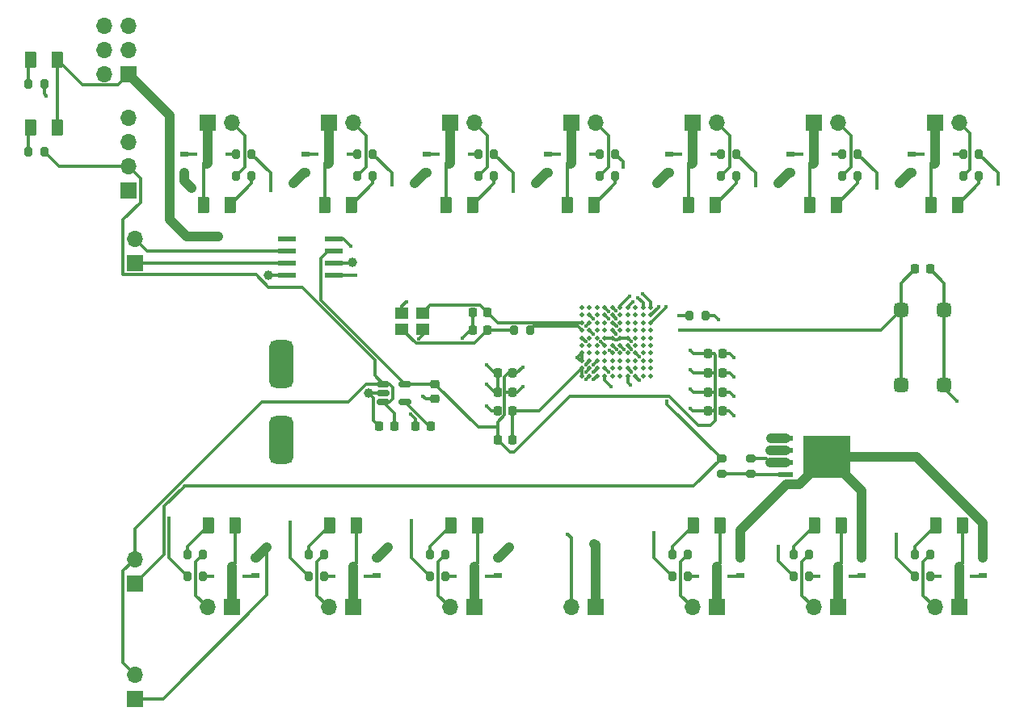
<source format=gbr>
%TF.GenerationSoftware,KiCad,Pcbnew,6.0.0*%
%TF.CreationDate,2022-01-12T20:58:29-05:00*%
%TF.ProjectId,output-board,6f757470-7574-42d6-926f-6172642e6b69,rev?*%
%TF.SameCoordinates,Original*%
%TF.FileFunction,Copper,L1,Top*%
%TF.FilePolarity,Positive*%
%FSLAX46Y46*%
G04 Gerber Fmt 4.6, Leading zero omitted, Abs format (unit mm)*
G04 Created by KiCad (PCBNEW 6.0.0) date 2022-01-12 20:58:29*
%MOMM*%
%LPD*%
G01*
G04 APERTURE LIST*
G04 Aperture macros list*
%AMRoundRect*
0 Rectangle with rounded corners*
0 $1 Rounding radius*
0 $2 $3 $4 $5 $6 $7 $8 $9 X,Y pos of 4 corners*
0 Add a 4 corners polygon primitive as box body*
4,1,4,$2,$3,$4,$5,$6,$7,$8,$9,$2,$3,0*
0 Add four circle primitives for the rounded corners*
1,1,$1+$1,$2,$3*
1,1,$1+$1,$4,$5*
1,1,$1+$1,$6,$7*
1,1,$1+$1,$8,$9*
0 Add four rect primitives between the rounded corners*
20,1,$1+$1,$2,$3,$4,$5,0*
20,1,$1+$1,$4,$5,$6,$7,0*
20,1,$1+$1,$6,$7,$8,$9,0*
20,1,$1+$1,$8,$9,$2,$3,0*%
G04 Aperture macros list end*
%TA.AperFunction,SMDPad,CuDef*%
%ADD10RoundRect,0.250000X-0.375000X-0.625000X0.375000X-0.625000X0.375000X0.625000X-0.375000X0.625000X0*%
%TD*%
%TA.AperFunction,SMDPad,CuDef*%
%ADD11R,0.863600X0.558800*%
%TD*%
%TA.AperFunction,SMDPad,CuDef*%
%ADD12RoundRect,0.200000X-0.200000X-0.275000X0.200000X-0.275000X0.200000X0.275000X-0.200000X0.275000X0*%
%TD*%
%TA.AperFunction,ComponentPad*%
%ADD13R,1.700000X1.700000*%
%TD*%
%TA.AperFunction,ComponentPad*%
%ADD14O,1.700000X1.700000*%
%TD*%
%TA.AperFunction,SMDPad,CuDef*%
%ADD15RoundRect,0.225000X-0.250000X0.225000X-0.250000X-0.225000X0.250000X-0.225000X0.250000X0.225000X0*%
%TD*%
%TA.AperFunction,SMDPad,CuDef*%
%ADD16RoundRect,0.225000X0.225000X0.250000X-0.225000X0.250000X-0.225000X-0.250000X0.225000X-0.250000X0*%
%TD*%
%TA.AperFunction,SMDPad,CuDef*%
%ADD17RoundRect,0.225000X-0.225000X-0.250000X0.225000X-0.250000X0.225000X0.250000X-0.225000X0.250000X0*%
%TD*%
%TA.AperFunction,SMDPad,CuDef*%
%ADD18RoundRect,0.250000X0.375000X0.625000X-0.375000X0.625000X-0.375000X-0.625000X0.375000X-0.625000X0*%
%TD*%
%TA.AperFunction,SMDPad,CuDef*%
%ADD19RoundRect,0.150000X-0.512500X-0.150000X0.512500X-0.150000X0.512500X0.150000X-0.512500X0.150000X0*%
%TD*%
%TA.AperFunction,SMDPad,CuDef*%
%ADD20RoundRect,0.200000X0.200000X0.275000X-0.200000X0.275000X-0.200000X-0.275000X0.200000X-0.275000X0*%
%TD*%
%TA.AperFunction,SMDPad,CuDef*%
%ADD21R,1.400000X1.200000*%
%TD*%
%TA.AperFunction,SMDPad,CuDef*%
%ADD22RoundRect,0.200000X0.275000X-0.200000X0.275000X0.200000X-0.275000X0.200000X-0.275000X-0.200000X0*%
%TD*%
%TA.AperFunction,SMDPad,CuDef*%
%ADD23RoundRect,0.218750X0.218750X0.256250X-0.218750X0.256250X-0.218750X-0.256250X0.218750X-0.256250X0*%
%TD*%
%TA.AperFunction,SMDPad,CuDef*%
%ADD24RoundRect,0.375000X0.375000X-0.375000X0.375000X0.375000X-0.375000X0.375000X-0.375000X-0.375000X0*%
%TD*%
%TA.AperFunction,SMDPad,CuDef*%
%ADD25C,0.500000*%
%TD*%
%TA.AperFunction,ComponentPad*%
%ADD26RoundRect,0.625000X0.625000X-1.875000X0.625000X1.875000X-0.625000X1.875000X-0.625000X-1.875000X0*%
%TD*%
%TA.AperFunction,SMDPad,CuDef*%
%ADD27R,1.549400X0.558800*%
%TD*%
%TA.AperFunction,SMDPad,CuDef*%
%ADD28R,4.902200X4.470400*%
%TD*%
%TA.AperFunction,SMDPad,CuDef*%
%ADD29R,1.981200X0.540800*%
%TD*%
%TA.AperFunction,ViaPad*%
%ADD30C,0.400000*%
%TD*%
%TA.AperFunction,ViaPad*%
%ADD31C,1.000000*%
%TD*%
%TA.AperFunction,Conductor*%
%ADD32C,0.300000*%
%TD*%
%TA.AperFunction,Conductor*%
%ADD33C,1.000000*%
%TD*%
%TA.AperFunction,Conductor*%
%ADD34C,0.250000*%
%TD*%
G04 APERTURE END LIST*
D10*
%TO.P,D1,1,K*%
%TO.N,Net-(D1-Pad1)*%
X47500000Y-51303000D03*
%TO.P,D1,2,A*%
%TO.N,Net-(D1-Pad2)*%
X50300000Y-51303000D03*
%TD*%
D11*
%TO.P,MOSFET5,1,1*%
%TO.N,Net-(MOSFET5-Pad1)*%
X96220200Y-46034999D03*
%TO.P,MOSFET5,2,2*%
%TO.N,GND*%
X96220200Y-47935001D03*
%TO.P,MOSFET5,3,3*%
%TO.N,Net-(D6-Pad1)*%
X98607800Y-46985000D03*
%TD*%
%TO.P,MOSFET13,1,1*%
%TO.N,Net-(MOSFET13-Pad1)*%
X103677800Y-90213001D03*
%TO.P,MOSFET13,2,2*%
%TO.N,/Ignition MOSFET/GROUND*%
X103677800Y-88312999D03*
%TO.P,MOSFET13,3,3*%
%TO.N,Net-(D13-Pad1)*%
X101290200Y-89263000D03*
%TD*%
D12*
%TO.P,R5,1*%
%TO.N,+12V*%
X76269000Y-48255000D03*
%TO.P,R5,2*%
%TO.N,Net-(D4-Pad2)*%
X77919000Y-48255000D03*
%TD*%
D13*
%TO.P,J8,1,Pin_1*%
%TO.N,Net-(D5-Pad1)*%
X85979000Y-42724000D03*
D14*
%TO.P,J8,2,Pin_2*%
%TO.N,+12V*%
X88519000Y-42724000D03*
%TD*%
D12*
%TO.P,R7,1*%
%TO.N,+12V*%
X101669000Y-48255000D03*
%TO.P,R7,2*%
%TO.N,Net-(D6-Pad2)*%
X103319000Y-48255000D03*
%TD*%
D15*
%TO.P,C3,1*%
%TO.N,+3V3*%
X71744000Y-70104000D03*
%TO.P,C3,2*%
%TO.N,GND*%
X71744000Y-71654000D03*
%TD*%
D12*
%TO.P,R3,1*%
%TO.N,Net-(C11-Pad2)*%
X80023200Y-64465200D03*
%TO.P,R3,2*%
%TO.N,Net-(R3-Pad2)*%
X81673200Y-64465200D03*
%TD*%
D16*
%TO.P,C5,1*%
%TO.N,+3V3*%
X79834000Y-70944000D03*
%TO.P,C5,2*%
%TO.N,GND*%
X78284000Y-70944000D03*
%TD*%
D17*
%TO.P,C9,1*%
%TO.N,+3V3*%
X100284000Y-72944000D03*
%TO.P,C9,2*%
%TO.N,GND*%
X101834000Y-72944000D03*
%TD*%
D18*
%TO.P,D12,1,K*%
%TO.N,Net-(D12-Pad1)*%
X114298000Y-84945000D03*
%TO.P,D12,2,A*%
%TO.N,Net-(D12-Pad2)*%
X111498000Y-84945000D03*
%TD*%
D19*
%TO.P,U2,1,VIN*%
%TO.N,+5V*%
X66294000Y-70104000D03*
%TO.P,U2,2,GND*%
%TO.N,GND*%
X66294000Y-71054000D03*
%TO.P,U2,3,INH*%
%TO.N,+5V*%
X66294000Y-72004000D03*
%TO.P,U2,4,BYP*%
%TO.N,Net-(C2-Pad1)*%
X68569000Y-72004000D03*
%TO.P,U2,5,VOUT*%
%TO.N,+3V3*%
X68569000Y-70104000D03*
%TD*%
D20*
%TO.P,R10,1*%
%TO.N,+12V*%
X72829000Y-87993000D03*
%TO.P,R10,2*%
%TO.N,Net-(D9-Pad2)*%
X71179000Y-87993000D03*
%TD*%
D13*
%TO.P,J6,1,Pin_1*%
%TO.N,Net-(J6-Pad1)*%
X40259000Y-57404000D03*
D14*
%TO.P,J6,2,Pin_2*%
%TO.N,Net-(J6-Pad2)*%
X40259000Y-54864000D03*
%TD*%
D12*
%TO.P,R9,1*%
%TO.N,+12V*%
X127069000Y-48255000D03*
%TO.P,R9,2*%
%TO.N,Net-(D8-Pad2)*%
X128719000Y-48255000D03*
%TD*%
D13*
%TO.P,J20,1,Pin_1*%
%TO.N,GND*%
X88519000Y-93524000D03*
D14*
%TO.P,J20,2,Pin_2*%
%TO.N,Net-(U3-PadH2)*%
X85979000Y-93524000D03*
%TD*%
D18*
%TO.P,D11,1,K*%
%TO.N,Net-(D11-Pad1)*%
X126998000Y-84945000D03*
%TO.P,D11,2,A*%
%TO.N,Net-(D11-Pad2)*%
X124198000Y-84945000D03*
%TD*%
D17*
%TO.P,C11,1*%
%TO.N,GND*%
X75653600Y-64465200D03*
%TO.P,C11,2*%
%TO.N,Net-(C11-Pad2)*%
X77203600Y-64465200D03*
%TD*%
D11*
%TO.P,MOSFET18,1,1*%
%TO.N,Net-(MOSFET18-Pad1)*%
X52877800Y-90213001D03*
%TO.P,MOSFET18,2,2*%
%TO.N,GND*%
X52877800Y-88312999D03*
%TO.P,MOSFET18,3,3*%
%TO.N,Net-(D2-Pad1)*%
X50490200Y-89263000D03*
%TD*%
D21*
%TO.P,Y1,1,1*%
%TO.N,Net-(C10-Pad2)*%
X70442000Y-62650000D03*
%TO.P,Y1,2,2*%
%TO.N,GND*%
X68242000Y-62650000D03*
%TO.P,Y1,3,3*%
%TO.N,Net-(C11-Pad2)*%
X68242000Y-64350000D03*
%TO.P,Y1,4,4*%
%TO.N,GND*%
X70442000Y-64350000D03*
%TD*%
D20*
%TO.P,R19,1*%
%TO.N,/MOSFET-sheet5/INPUT*%
X103319000Y-45969000D03*
%TO.P,R19,2*%
%TO.N,Net-(MOSFET5-Pad1)*%
X101669000Y-45969000D03*
%TD*%
D12*
%TO.P,R4,1*%
%TO.N,+12V*%
X63569000Y-48255000D03*
%TO.P,R4,2*%
%TO.N,Net-(D3-Pad2)*%
X65219000Y-48255000D03*
%TD*%
D16*
%TO.P,C4,1*%
%TO.N,+3V3*%
X79834000Y-68944000D03*
%TO.P,C4,2*%
%TO.N,GND*%
X78284000Y-68944000D03*
%TD*%
D13*
%TO.P,J13,1,Pin_1*%
%TO.N,Net-(D10-Pad1)*%
X63119000Y-93524000D03*
D14*
%TO.P,J13,2,Pin_2*%
%TO.N,+12V*%
X60579000Y-93524000D03*
%TD*%
D16*
%TO.P,C6,1*%
%TO.N,VDDA*%
X79834000Y-72944000D03*
%TO.P,C6,2*%
%TO.N,GND*%
X78284000Y-72944000D03*
%TD*%
D11*
%TO.P,MOSFET8,1,1*%
%TO.N,Net-(MOSFET8-Pad1)*%
X78277800Y-90213001D03*
%TO.P,MOSFET8,2,2*%
%TO.N,GND*%
X78277800Y-88312999D03*
%TO.P,MOSFET8,3,3*%
%TO.N,Net-(D9-Pad1)*%
X75890200Y-89263000D03*
%TD*%
D10*
%TO.P,D6,1,K*%
%TO.N,Net-(D6-Pad1)*%
X98300000Y-51303000D03*
%TO.P,D6,2,A*%
%TO.N,Net-(D6-Pad2)*%
X101100000Y-51303000D03*
%TD*%
D12*
%TO.P,R6,1*%
%TO.N,+12V*%
X88969000Y-48255000D03*
%TO.P,R6,2*%
%TO.N,Net-(D5-Pad2)*%
X90619000Y-48255000D03*
%TD*%
D22*
%TO.P,R12,1*%
%TO.N,Net-(MOSFET10-Pad4)*%
X101727000Y-79565000D03*
%TO.P,R12,2*%
%TO.N,Net-(J14-Pad1)*%
X101727000Y-77915000D03*
%TD*%
D10*
%TO.P,D7,1,K*%
%TO.N,Net-(D7-Pad1)*%
X111000000Y-51303000D03*
%TO.P,D7,2,A*%
%TO.N,Net-(D7-Pad2)*%
X113800000Y-51303000D03*
%TD*%
%TO.P,D8,1,K*%
%TO.N,Net-(D8-Pad1)*%
X123700000Y-51303000D03*
%TO.P,D8,2,A*%
%TO.N,Net-(D8-Pad2)*%
X126500000Y-51303000D03*
%TD*%
D11*
%TO.P,MOSFET1,1,1*%
%TO.N,Net-(MOSFET1-Pad1)*%
X45420200Y-46034999D03*
%TO.P,MOSFET1,2,2*%
%TO.N,GND*%
X45420200Y-47935001D03*
%TO.P,MOSFET1,3,3*%
%TO.N,Net-(D1-Pad1)*%
X47807800Y-46985000D03*
%TD*%
D20*
%TO.P,R21,1*%
%TO.N,/MOSFET-sheet6/INPUT*%
X116019000Y-45969000D03*
%TO.P,R21,2*%
%TO.N,Net-(MOSFET6-Pad1)*%
X114369000Y-45969000D03*
%TD*%
%TO.P,R26,1*%
%TO.N,+12V*%
X123629000Y-87993000D03*
%TO.P,R26,2*%
%TO.N,Net-(D11-Pad2)*%
X121979000Y-87993000D03*
%TD*%
D13*
%TO.P,J11,1,Pin_1*%
%TO.N,Net-(D8-Pad1)*%
X124079000Y-42724000D03*
D14*
%TO.P,J11,2,Pin_2*%
%TO.N,+12V*%
X126619000Y-42724000D03*
%TD*%
D12*
%TO.P,R8,1*%
%TO.N,+12V*%
X114369000Y-48255000D03*
%TO.P,R8,2*%
%TO.N,Net-(D7-Pad2)*%
X116019000Y-48255000D03*
%TD*%
D13*
%TO.P,J19,1,Pin_1*%
%TO.N,GND*%
X39624000Y-37592000D03*
D14*
%TO.P,J19,2,Pin_2*%
%TO.N,Net-(J19-Pad2)*%
X37084000Y-37592000D03*
%TO.P,J19,3,Pin_3*%
%TO.N,Net-(J19-Pad3)*%
X39624000Y-35052000D03*
%TO.P,J19,4,Pin_4*%
%TO.N,Net-(J19-Pad4)*%
X37084000Y-35052000D03*
%TO.P,J19,5,Pin_5*%
%TO.N,Net-(J19-Pad5)*%
X39624000Y-32512000D03*
%TO.P,J19,6,Pin_6*%
%TO.N,Net-(J19-Pad6)*%
X37084000Y-32512000D03*
%TD*%
D10*
%TO.P,D3,1,K*%
%TO.N,Net-(D3-Pad1)*%
X60200000Y-51303000D03*
%TO.P,D3,2,A*%
%TO.N,Net-(D3-Pad2)*%
X63000000Y-51303000D03*
%TD*%
D11*
%TO.P,MOSFET11,1,1*%
%TO.N,Net-(MOSFET11-Pad1)*%
X129077800Y-90213001D03*
%TO.P,MOSFET11,2,2*%
%TO.N,/Ignition MOSFET/GROUND*%
X129077800Y-88312999D03*
%TO.P,MOSFET11,3,3*%
%TO.N,Net-(D11-Pad1)*%
X126690200Y-89263000D03*
%TD*%
D13*
%TO.P,J4,1,Pin_1*%
%TO.N,GND*%
X40259000Y-103124000D03*
D14*
%TO.P,J4,2,Pin_2*%
%TO.N,+5V*%
X40259000Y-100584000D03*
%TD*%
D12*
%TO.P,R23,1*%
%TO.N,/MOSFET-sheet8/INPUT*%
X71179000Y-90279000D03*
%TO.P,R23,2*%
%TO.N,Net-(MOSFET8-Pad1)*%
X72829000Y-90279000D03*
%TD*%
D13*
%TO.P,J2,1,Pin_1*%
%TO.N,Net-(D3-Pad1)*%
X60579000Y-42724000D03*
D14*
%TO.P,J2,2,Pin_2*%
%TO.N,+12V*%
X63119000Y-42724000D03*
%TD*%
D12*
%TO.P,R27,1*%
%TO.N,/MOSFET-sheet11/INPUT*%
X109279000Y-90279000D03*
%TO.P,R27,2*%
%TO.N,Net-(MOSFET12-Pad1)*%
X110929000Y-90279000D03*
%TD*%
D16*
%TO.P,C1,1*%
%TO.N,+5V*%
X67439000Y-74549000D03*
%TO.P,C1,2*%
%TO.N,GND*%
X65889000Y-74549000D03*
%TD*%
D18*
%TO.P,D2,1,K*%
%TO.N,Net-(D2-Pad1)*%
X50798000Y-84945000D03*
%TO.P,D2,2,A*%
%TO.N,Net-(D2-Pad2)*%
X47998000Y-84945000D03*
%TD*%
D20*
%TO.P,R20,1*%
%TO.N,+12V*%
X47429000Y-87993000D03*
%TO.P,R20,2*%
%TO.N,Net-(D2-Pad2)*%
X45779000Y-87993000D03*
%TD*%
D11*
%TO.P,MOSFET2,1,1*%
%TO.N,Net-(MOSFET2-Pad1)*%
X58120200Y-46034999D03*
%TO.P,MOSFET2,2,2*%
%TO.N,GND*%
X58120200Y-47935001D03*
%TO.P,MOSFET2,3,3*%
%TO.N,Net-(D3-Pad1)*%
X60507800Y-46985000D03*
%TD*%
D23*
%TO.P,L1,1,1*%
%TO.N,VDDA*%
X79846500Y-75944000D03*
%TO.P,L1,2,2*%
%TO.N,+3V3*%
X78271500Y-75944000D03*
%TD*%
D11*
%TO.P,MOSFET12,1,1*%
%TO.N,Net-(MOSFET12-Pad1)*%
X116377800Y-90213001D03*
%TO.P,MOSFET12,2,2*%
%TO.N,/Ignition MOSFET/GROUND*%
X116377800Y-88312999D03*
%TO.P,MOSFET12,3,3*%
%TO.N,Net-(D12-Pad1)*%
X113990200Y-89263000D03*
%TD*%
%TO.P,MOSFET4,1,1*%
%TO.N,Net-(MOSFET4-Pad1)*%
X83520200Y-46034999D03*
%TO.P,MOSFET4,2,2*%
%TO.N,GND*%
X83520200Y-47935001D03*
%TO.P,MOSFET4,3,3*%
%TO.N,Net-(D5-Pad1)*%
X85907800Y-46985000D03*
%TD*%
%TO.P,MOSFET7,1,1*%
%TO.N,Net-(MOSFET7-Pad1)*%
X121620200Y-46034999D03*
%TO.P,MOSFET7,2,2*%
%TO.N,GND*%
X121620200Y-47935001D03*
%TO.P,MOSFET7,3,3*%
%TO.N,Net-(D8-Pad1)*%
X124007800Y-46985000D03*
%TD*%
D13*
%TO.P,J7,1,Pin_1*%
%TO.N,Net-(D4-Pad1)*%
X73279000Y-42724000D03*
D14*
%TO.P,J7,2,Pin_2*%
%TO.N,+12V*%
X75819000Y-42724000D03*
%TD*%
D13*
%TO.P,J9,1,Pin_1*%
%TO.N,Net-(D6-Pad1)*%
X98679000Y-42724000D03*
D14*
%TO.P,J9,2,Pin_2*%
%TO.N,+12V*%
X101219000Y-42724000D03*
%TD*%
D11*
%TO.P,MOSFET9,1,1*%
%TO.N,Net-(MOSFET9-Pad1)*%
X65577800Y-90213001D03*
%TO.P,MOSFET9,2,2*%
%TO.N,GND*%
X65577800Y-88312999D03*
%TO.P,MOSFET9,3,3*%
%TO.N,Net-(D10-Pad1)*%
X63190200Y-89263000D03*
%TD*%
D13*
%TO.P,J10,1,Pin_1*%
%TO.N,Net-(D7-Pad1)*%
X111379000Y-42724000D03*
D14*
%TO.P,J10,2,Pin_2*%
%TO.N,+12V*%
X113919000Y-42724000D03*
%TD*%
D20*
%TO.P,R18,1*%
%TO.N,/MOSFET-sheet4/INPUT*%
X90619000Y-45969000D03*
%TO.P,R18,2*%
%TO.N,Net-(MOSFET4-Pad1)*%
X88969000Y-45969000D03*
%TD*%
D17*
%TO.P,C8,1*%
%TO.N,+3V3*%
X100284000Y-66944000D03*
%TO.P,C8,2*%
%TO.N,GND*%
X101834000Y-66944000D03*
%TD*%
D12*
%TO.P,R2,1*%
%TO.N,+12V*%
X50869000Y-48255000D03*
%TO.P,R2,2*%
%TO.N,Net-(D1-Pad2)*%
X52519000Y-48255000D03*
%TD*%
D24*
%TO.P,SW1,1,1*%
%TO.N,Net-(C7-Pad1)*%
X120559000Y-70244000D03*
%TO.P,SW1,2,2*%
%TO.N,GND*%
X125059000Y-70244000D03*
%TO.P,SW1,3,3*%
%TO.N,Net-(C7-Pad1)*%
X120559000Y-62344000D03*
%TO.P,SW1,4,4*%
%TO.N,GND*%
X125059000Y-62344000D03*
%TD*%
D16*
%TO.P,C2,1*%
%TO.N,Net-(C2-Pad1)*%
X71249000Y-74549000D03*
%TO.P,C2,2*%
%TO.N,GND*%
X69699000Y-74549000D03*
%TD*%
D10*
%TO.P,D5,1,K*%
%TO.N,Net-(D5-Pad1)*%
X85600000Y-51303000D03*
%TO.P,D5,2,A*%
%TO.N,Net-(D5-Pad2)*%
X88400000Y-51303000D03*
%TD*%
D25*
%TO.P,U3,A1,PC14-OSC32_IN*%
%TO.N,unconnected-(U3-PadA1)*%
X87107800Y-62071200D03*
%TO.P,U3,A2,PC13*%
%TO.N,unconnected-(U3-PadA2)*%
X87907800Y-62071200D03*
%TO.P,U3,A3,PE2*%
%TO.N,unconnected-(U3-PadA3)*%
X88707800Y-62071200D03*
%TO.P,U3,A4,PB9*%
%TO.N,/MOSFET-sheet9/INPUT*%
X89507800Y-62071200D03*
%TO.P,U3,A5,PB7*%
%TO.N,/MOSFET-sheet7/INPUT*%
X90307800Y-62071200D03*
%TO.P,U3,A6,PB4*%
%TO.N,/MOSFET-sheet4/INPUT*%
X91107800Y-62071200D03*
%TO.P,U3,A7,PB3*%
%TO.N,/MOSFET-sheet3/INPUT*%
X91907800Y-62071200D03*
%TO.P,U3,A8,PA15*%
%TO.N,unconnected-(U3-PadA8)*%
X92707800Y-62071200D03*
%TO.P,U3,A9,PA14*%
%TO.N,/SWCLK*%
X93507800Y-62071200D03*
%TO.P,U3,A10,PA13*%
%TO.N,/SWDIO*%
X94307800Y-62071200D03*
%TO.P,U3,B1,PC15-OSC32_OUT*%
%TO.N,unconnected-(U3-PadB1)*%
X87107800Y-62871200D03*
%TO.P,U3,B2,VBAT*%
%TO.N,+3V3*%
X87907800Y-62871200D03*
%TO.P,U3,B3,PE3*%
%TO.N,unconnected-(U3-PadB3)*%
X88707800Y-62871200D03*
%TO.P,U3,B4,PB8*%
%TO.N,/MOSFET-sheet8/INPUT*%
X89507800Y-62871200D03*
%TO.P,U3,B5,PB6*%
%TO.N,/MOSFET-sheet6/INPUT*%
X90307800Y-62871200D03*
%TO.P,U3,B6,PD5*%
%TO.N,unconnected-(U3-PadB6)*%
X91107800Y-62871200D03*
%TO.P,U3,B7,PD2*%
%TO.N,unconnected-(U3-PadB7)*%
X91907800Y-62871200D03*
%TO.P,U3,B8,PC11*%
%TO.N,unconnected-(U3-PadB8)*%
X92707800Y-62871200D03*
%TO.P,U3,B9,PC10*%
%TO.N,unconnected-(U3-PadB9)*%
X93507800Y-62871200D03*
%TO.P,U3,B10,PA12*%
%TO.N,/CAN_TX*%
X94307800Y-62871200D03*
%TO.P,U3,C1,OSC_IN*%
%TO.N,Net-(C10-Pad2)*%
X87107800Y-63671200D03*
%TO.P,U3,C2,VSS_5*%
%TO.N,GND*%
X87907800Y-63671200D03*
%TO.P,U3,C3,PE4*%
%TO.N,unconnected-(U3-PadC3)*%
X88707800Y-63671200D03*
%TO.P,U3,C4,PE1*%
%TO.N,unconnected-(U3-PadC4)*%
X89507800Y-63671200D03*
%TO.P,U3,C5,PB5*%
%TO.N,/MOSFET-sheet5/INPUT*%
X90307800Y-63671200D03*
%TO.P,U3,C6,PD6*%
%TO.N,unconnected-(U3-PadC6)*%
X91107800Y-63671200D03*
%TO.P,U3,C7,PD3*%
%TO.N,unconnected-(U3-PadC7)*%
X91907800Y-63671200D03*
%TO.P,U3,C8,PC12*%
%TO.N,unconnected-(U3-PadC8)*%
X92707800Y-63671200D03*
%TO.P,U3,C9,PA9*%
%TO.N,unconnected-(U3-PadC9)*%
X93507800Y-63671200D03*
%TO.P,U3,C10,PA11*%
%TO.N,/CAN_RX*%
X94307800Y-63671200D03*
%TO.P,U3,D1,OSC_OUT*%
%TO.N,Net-(R3-Pad2)*%
X87107800Y-64471200D03*
%TO.P,U3,D2,VDD_5*%
%TO.N,+3V3*%
X87907800Y-64471200D03*
%TO.P,U3,D3,PE5*%
%TO.N,unconnected-(U3-PadD3)*%
X88707800Y-64471200D03*
%TO.P,U3,D4,PE0*%
%TO.N,unconnected-(U3-PadD4)*%
X89507800Y-64471200D03*
%TO.P,U3,D5,BOOT0*%
%TO.N,Net-(R1-Pad1)*%
X90307800Y-64471200D03*
%TO.P,U3,D6,PD7*%
%TO.N,unconnected-(U3-PadD6)*%
X91107800Y-64471200D03*
%TO.P,U3,D7,PD4*%
%TO.N,unconnected-(U3-PadD7)*%
X91907800Y-64471200D03*
%TO.P,U3,D8,PD0*%
%TO.N,unconnected-(U3-PadD8)*%
X92707800Y-64471200D03*
%TO.P,U3,D9,PA8*%
%TO.N,unconnected-(U3-PadD9)*%
X93507800Y-64471200D03*
%TO.P,U3,D10,PA10*%
%TO.N,unconnected-(U3-PadD10)*%
X94307800Y-64471200D03*
%TO.P,U3,E1,NRST*%
%TO.N,Net-(C7-Pad1)*%
X87107800Y-65271200D03*
%TO.P,U3,E2,PC2*%
%TO.N,unconnected-(U3-PadE2)*%
X87907800Y-65271200D03*
%TO.P,U3,E3,PE6*%
%TO.N,unconnected-(U3-PadE3)*%
X88707800Y-65271200D03*
%TO.P,U3,E4,VSS_4*%
%TO.N,GND*%
X89507800Y-65271200D03*
%TO.P,U3,E5,VSS_3*%
X90307800Y-65271200D03*
%TO.P,U3,E6,VSS_2*%
X91107800Y-65271200D03*
%TO.P,U3,E7,VSS_1*%
X91907800Y-65271200D03*
%TO.P,U3,E8,PD1*%
%TO.N,unconnected-(U3-PadE8)*%
X92707800Y-65271200D03*
%TO.P,U3,E9,PC9*%
%TO.N,unconnected-(U3-PadE9)*%
X93507800Y-65271200D03*
%TO.P,U3,E10,PC7*%
%TO.N,unconnected-(U3-PadE10)*%
X94307800Y-65271200D03*
%TO.P,U3,F1,PC0*%
%TO.N,unconnected-(U3-PadF1)*%
X87107800Y-66071200D03*
%TO.P,U3,F2,PC1*%
%TO.N,unconnected-(U3-PadF2)*%
X87907800Y-66071200D03*
%TO.P,U3,F3,PC3*%
%TO.N,unconnected-(U3-PadF3)*%
X88707800Y-66071200D03*
%TO.P,U3,F4,VDD_4*%
%TO.N,+3V3*%
X89507800Y-66071200D03*
%TO.P,U3,F5,VDD_3*%
X90307800Y-66071200D03*
%TO.P,U3,F6,VDD_2*%
X91107800Y-66071200D03*
%TO.P,U3,F7,VDD_1*%
X91907800Y-66071200D03*
%TO.P,U3,F8,NOTCONNECTED*%
%TO.N,unconnected-(U3-PadF8)*%
X92707800Y-66071200D03*
%TO.P,U3,F9,PC8*%
%TO.N,unconnected-(U3-PadF9)*%
X93507800Y-66071200D03*
%TO.P,U3,F10,PC6*%
%TO.N,unconnected-(U3-PadF10)*%
X94307800Y-66071200D03*
%TO.P,U3,G1,VSSA*%
%TO.N,GND*%
X87107800Y-66871200D03*
%TO.P,U3,G2,PA0-WKUP*%
%TO.N,unconnected-(U3-PadG2)*%
X87907800Y-66871200D03*
%TO.P,U3,G3,PA4*%
%TO.N,unconnected-(U3-PadG3)*%
X88707800Y-66871200D03*
%TO.P,U3,G4,PC4*%
%TO.N,unconnected-(U3-PadG4)*%
X89507800Y-66871200D03*
%TO.P,U3,G5,PB2*%
%TO.N,/MOSFET-sheet2/INPUT*%
X90307800Y-66871200D03*
%TO.P,U3,G6,PE10*%
%TO.N,unconnected-(U3-PadG6)*%
X91107800Y-66871200D03*
%TO.P,U3,G7,PE14*%
%TO.N,unconnected-(U3-PadG7)*%
X91907800Y-66871200D03*
%TO.P,U3,G8,PB15*%
%TO.N,Net-(J14-Pad1)*%
X92707800Y-66871200D03*
%TO.P,U3,G9,PD11*%
%TO.N,unconnected-(U3-PadG9)*%
X93507800Y-66871200D03*
%TO.P,U3,G10,PD15*%
%TO.N,unconnected-(U3-PadG10)*%
X94307800Y-66871200D03*
%TO.P,U3,H1,VREF-*%
%TO.N,GND*%
X87107800Y-67671200D03*
%TO.P,U3,H2,PA1*%
%TO.N,Net-(U3-PadH2)*%
X87907800Y-67671200D03*
%TO.P,U3,H3,PA5*%
%TO.N,Net-(J19-Pad4)*%
X88707800Y-67671200D03*
%TO.P,U3,H4,PC5*%
%TO.N,unconnected-(U3-PadH4)*%
X89507800Y-67671200D03*
%TO.P,U3,H5,PE7*%
%TO.N,unconnected-(U3-PadH5)*%
X90307800Y-67671200D03*
%TO.P,U3,H6,PE11*%
%TO.N,unconnected-(U3-PadH6)*%
X91107800Y-67671200D03*
%TO.P,U3,H7,PE15*%
%TO.N,unconnected-(U3-PadH7)*%
X91907800Y-67671200D03*
%TO.P,U3,H8,PB14*%
%TO.N,unconnected-(U3-PadH8)*%
X92707800Y-67671200D03*
%TO.P,U3,H9,PD10*%
%TO.N,unconnected-(U3-PadH9)*%
X93507800Y-67671200D03*
%TO.P,U3,H10,PD14*%
%TO.N,unconnected-(U3-PadH10)*%
X94307800Y-67671200D03*
%TO.P,U3,J1,VREF+*%
%TO.N,VDDA*%
X87107800Y-68471200D03*
%TO.P,U3,J2,PA2*%
%TO.N,Net-(J19-Pad2)*%
X87907800Y-68471200D03*
%TO.P,U3,J3,PA6*%
%TO.N,Net-(J19-Pad5)*%
X88707800Y-68471200D03*
%TO.P,U3,J4,PB0*%
%TO.N,/MOSFET-sheet/INPUT*%
X89507800Y-68471200D03*
%TO.P,U3,J5,PE8*%
%TO.N,unconnected-(U3-PadJ5)*%
X90307800Y-68471200D03*
%TO.P,U3,J6,PE12*%
%TO.N,unconnected-(U3-PadJ6)*%
X91107800Y-68471200D03*
%TO.P,U3,J7,PB10*%
%TO.N,/MOSFET-sheet10/INPUT*%
X91907800Y-68471200D03*
%TO.P,U3,J8,PB13*%
%TO.N,unconnected-(U3-PadJ8)*%
X92707800Y-68471200D03*
%TO.P,U3,J9,PD9*%
%TO.N,unconnected-(U3-PadJ9)*%
X93507800Y-68471200D03*
%TO.P,U3,J10,PD13*%
%TO.N,unconnected-(U3-PadJ10)*%
X94307800Y-68471200D03*
%TO.P,U3,K1,VDDA*%
%TO.N,VDDA*%
X87107800Y-69271200D03*
%TO.P,U3,K2,PA3*%
%TO.N,Net-(J19-Pad3)*%
X87907800Y-69271200D03*
%TO.P,U3,K3,PA7*%
%TO.N,Net-(J19-Pad6)*%
X88707800Y-69271200D03*
%TO.P,U3,K4,PB1*%
%TO.N,/MOSFET-sheet1/INPUT*%
X89507800Y-69271200D03*
%TO.P,U3,K5,PE9*%
%TO.N,unconnected-(U3-PadK5)*%
X90307800Y-69271200D03*
%TO.P,U3,K6,PE13*%
%TO.N,unconnected-(U3-PadK6)*%
X91107800Y-69271200D03*
%TO.P,U3,K7,PB11*%
%TO.N,/MOSFET-sheet11/INPUT*%
X91907800Y-69271200D03*
%TO.P,U3,K8,PB12*%
%TO.N,/Ignition MOSFET/INPUT*%
X92707800Y-69271200D03*
%TO.P,U3,K9,PD8*%
%TO.N,unconnected-(U3-PadK9)*%
X93507800Y-69271200D03*
%TO.P,U3,K10,PD12*%
%TO.N,unconnected-(U3-PadK10)*%
X94307800Y-69271200D03*
%TD*%
D18*
%TO.P,D15,1,K*%
%TO.N,GND*%
X32134000Y-43180000D03*
%TO.P,D15,2,A*%
%TO.N,Net-(D15-Pad2)*%
X29334000Y-43180000D03*
%TD*%
D13*
%TO.P,J16,1,Pin_1*%
%TO.N,Net-(D12-Pad1)*%
X113919000Y-93524000D03*
D14*
%TO.P,J16,2,Pin_2*%
%TO.N,+12V*%
X111379000Y-93524000D03*
%TD*%
D11*
%TO.P,MOSFET6,1,1*%
%TO.N,Net-(MOSFET6-Pad1)*%
X108920200Y-46034999D03*
%TO.P,MOSFET6,2,2*%
%TO.N,GND*%
X108920200Y-47935001D03*
%TO.P,MOSFET6,3,3*%
%TO.N,Net-(D7-Pad1)*%
X111307800Y-46985000D03*
%TD*%
D22*
%TO.P,R13,1*%
%TO.N,Net-(MOSFET10-Pad4)*%
X104775000Y-79565000D03*
%TO.P,R13,2*%
%TO.N,GND*%
X104775000Y-77915000D03*
%TD*%
D13*
%TO.P,J14,1,Pin_1*%
%TO.N,Net-(J14-Pad1)*%
X40259000Y-91064000D03*
D14*
%TO.P,J14,2,Pin_2*%
%TO.N,+5V*%
X40259000Y-88524000D03*
%TD*%
D20*
%TO.P,R30,1*%
%TO.N,+12V*%
X98229000Y-87993000D03*
%TO.P,R30,2*%
%TO.N,Net-(D13-Pad2)*%
X96579000Y-87993000D03*
%TD*%
D12*
%TO.P,R29,1*%
%TO.N,/Ignition MOSFET/INPUT*%
X96579000Y-90279000D03*
%TO.P,R29,2*%
%TO.N,Net-(MOSFET13-Pad1)*%
X98229000Y-90279000D03*
%TD*%
D20*
%TO.P,R31,1*%
%TO.N,+12V*%
X30797000Y-38608000D03*
%TO.P,R31,2*%
%TO.N,Net-(D14-Pad2)*%
X29147000Y-38608000D03*
%TD*%
D12*
%TO.P,R14,1*%
%TO.N,/MOSFET-sheet/INPUT*%
X45779000Y-90279000D03*
%TO.P,R14,2*%
%TO.N,Net-(MOSFET18-Pad1)*%
X47429000Y-90279000D03*
%TD*%
D20*
%TO.P,R28,1*%
%TO.N,+12V*%
X110929000Y-87993000D03*
%TO.P,R28,2*%
%TO.N,Net-(D12-Pad2)*%
X109279000Y-87993000D03*
%TD*%
D13*
%TO.P,J15,1,Pin_1*%
%TO.N,Net-(D11-Pad1)*%
X126619000Y-93524000D03*
D14*
%TO.P,J15,2,Pin_2*%
%TO.N,+12V*%
X124079000Y-93524000D03*
%TD*%
D12*
%TO.P,R25,1*%
%TO.N,/MOSFET-sheet10/INPUT*%
X121979000Y-90279000D03*
%TO.P,R25,2*%
%TO.N,Net-(MOSFET11-Pad1)*%
X123629000Y-90279000D03*
%TD*%
D13*
%TO.P,J17,1,Pin_1*%
%TO.N,Net-(D13-Pad1)*%
X101219000Y-93524000D03*
D14*
%TO.P,J17,2,Pin_2*%
%TO.N,+12V*%
X98679000Y-93524000D03*
%TD*%
D18*
%TO.P,D13,1,K*%
%TO.N,Net-(D13-Pad1)*%
X101598000Y-84945000D03*
%TO.P,D13,2,A*%
%TO.N,Net-(D13-Pad2)*%
X98798000Y-84945000D03*
%TD*%
D17*
%TO.P,C13,1*%
%TO.N,+3V3*%
X100284000Y-70944000D03*
%TO.P,C13,2*%
%TO.N,GND*%
X101834000Y-70944000D03*
%TD*%
D10*
%TO.P,D4,1,K*%
%TO.N,Net-(D4-Pad1)*%
X72900000Y-51303000D03*
%TO.P,D4,2,A*%
%TO.N,Net-(D4-Pad2)*%
X75700000Y-51303000D03*
%TD*%
D18*
%TO.P,D9,1,K*%
%TO.N,Net-(D9-Pad1)*%
X76198000Y-84945000D03*
%TO.P,D9,2,A*%
%TO.N,Net-(D9-Pad2)*%
X73398000Y-84945000D03*
%TD*%
%TO.P,D10,1,K*%
%TO.N,Net-(D10-Pad1)*%
X63498000Y-84945000D03*
%TO.P,D10,2,A*%
%TO.N,Net-(D10-Pad2)*%
X60698000Y-84945000D03*
%TD*%
D20*
%TO.P,R22,1*%
%TO.N,/MOSFET-sheet7/INPUT*%
X128719000Y-45969000D03*
%TO.P,R22,2*%
%TO.N,Net-(MOSFET7-Pad1)*%
X127069000Y-45969000D03*
%TD*%
%TO.P,R16,1*%
%TO.N,/MOSFET-sheet2/INPUT*%
X65219000Y-45969000D03*
%TO.P,R16,2*%
%TO.N,Net-(MOSFET2-Pad1)*%
X63569000Y-45969000D03*
%TD*%
D13*
%TO.P,J12,1,Pin_1*%
%TO.N,Net-(D9-Pad1)*%
X75819000Y-93524000D03*
D14*
%TO.P,J12,2,Pin_2*%
%TO.N,+12V*%
X73279000Y-93524000D03*
%TD*%
D17*
%TO.P,C10,1*%
%TO.N,GND*%
X75653600Y-62585600D03*
%TO.P,C10,2*%
%TO.N,Net-(C10-Pad2)*%
X77203600Y-62585600D03*
%TD*%
D12*
%TO.P,R24,1*%
%TO.N,/MOSFET-sheet9/INPUT*%
X58479000Y-90279000D03*
%TO.P,R24,2*%
%TO.N,Net-(MOSFET9-Pad1)*%
X60129000Y-90279000D03*
%TD*%
D17*
%TO.P,C7,1*%
%TO.N,Net-(C7-Pad1)*%
X122034000Y-58039000D03*
%TO.P,C7,2*%
%TO.N,GND*%
X123584000Y-58039000D03*
%TD*%
D13*
%TO.P,J1,1,Pin_1*%
%TO.N,Net-(D1-Pad1)*%
X47879000Y-42724000D03*
D14*
%TO.P,J1,2,Pin_2*%
%TO.N,+12V*%
X50419000Y-42724000D03*
%TD*%
D26*
%TO.P,J3,1,Pin_1*%
%TO.N,GND*%
X55619000Y-68059000D03*
%TO.P,J3,2,Pin_2*%
%TO.N,+12V*%
X55619000Y-75959000D03*
%TD*%
D20*
%TO.P,R17,1*%
%TO.N,/MOSFET-sheet3/INPUT*%
X77919000Y-45969000D03*
%TO.P,R17,2*%
%TO.N,Net-(MOSFET3-Pad1)*%
X76269000Y-45969000D03*
%TD*%
%TO.P,R32,1*%
%TO.N,+5V*%
X30797000Y-45720000D03*
%TO.P,R32,2*%
%TO.N,Net-(D15-Pad2)*%
X29147000Y-45720000D03*
%TD*%
%TO.P,R11,1*%
%TO.N,+12V*%
X60129000Y-87993000D03*
%TO.P,R11,2*%
%TO.N,Net-(D10-Pad2)*%
X58479000Y-87993000D03*
%TD*%
D11*
%TO.P,MOSFET3,1,1*%
%TO.N,Net-(MOSFET3-Pad1)*%
X70820200Y-46034999D03*
%TO.P,MOSFET3,2,2*%
%TO.N,GND*%
X70820200Y-47935001D03*
%TO.P,MOSFET3,3,3*%
%TO.N,Net-(D4-Pad1)*%
X73207800Y-46985000D03*
%TD*%
D17*
%TO.P,C12,1*%
%TO.N,+3V3*%
X100284000Y-68944000D03*
%TO.P,C12,2*%
%TO.N,GND*%
X101834000Y-68944000D03*
%TD*%
D27*
%TO.P,MOSFET10,1,1*%
%TO.N,GND*%
X108432600Y-75819000D03*
%TO.P,MOSFET10,2,2*%
X108432600Y-77089000D03*
%TO.P,MOSFET10,3,3*%
X108432600Y-78359000D03*
%TO.P,MOSFET10,4,4*%
%TO.N,Net-(MOSFET10-Pad4)*%
X108432600Y-79629000D03*
D28*
%TO.P,MOSFET10,5,5*%
%TO.N,/Ignition MOSFET/GROUND*%
X112801400Y-77724000D03*
%TD*%
D18*
%TO.P,D14,1,K*%
%TO.N,GND*%
X32134000Y-36068000D03*
%TO.P,D14,2,A*%
%TO.N,Net-(D14-Pad2)*%
X29334000Y-36068000D03*
%TD*%
D29*
%TO.P,U1,1,TXD*%
%TO.N,/CAN_TX*%
X61146610Y-58684353D03*
%TO.P,U1,2,GND*%
%TO.N,GND*%
X61146610Y-57414353D03*
%TO.P,U1,3,VDD*%
%TO.N,+3V3*%
X61146610Y-56144353D03*
%TO.P,U1,4,RXD*%
%TO.N,/CAN_RX*%
X61146610Y-54874353D03*
%TO.P,U1,5,FAULT*%
%TO.N,unconnected-(U1-Pad5)*%
X56216612Y-54874353D03*
%TO.P,U1,6,CANL*%
%TO.N,Net-(J6-Pad2)*%
X56216612Y-56144353D03*
%TO.P,U1,7,CANH*%
%TO.N,Net-(J6-Pad1)*%
X56216612Y-57414353D03*
%TO.P,U1,8,STBY*%
%TO.N,GND*%
X56216612Y-58684353D03*
%TD*%
D12*
%TO.P,R1,1*%
%TO.N,Net-(R1-Pad1)*%
X98412800Y-62911200D03*
%TO.P,R1,2*%
%TO.N,GND*%
X100062800Y-62911200D03*
%TD*%
D13*
%TO.P,J18,1,Pin_1*%
%TO.N,Net-(D2-Pad1)*%
X50419000Y-93524000D03*
D14*
%TO.P,J18,2,Pin_2*%
%TO.N,+12V*%
X47879000Y-93524000D03*
%TD*%
D13*
%TO.P,J5,1,Pin_1*%
%TO.N,GND*%
X39624000Y-49784000D03*
D14*
%TO.P,J5,2,Pin_2*%
%TO.N,+5V*%
X39624000Y-47244000D03*
%TO.P,J5,3,Pin_3*%
%TO.N,/SWCLK*%
X39624000Y-44704000D03*
%TO.P,J5,4,Pin_4*%
%TO.N,/SWDIO*%
X39624000Y-42164000D03*
%TD*%
D20*
%TO.P,R15,1*%
%TO.N,/MOSFET-sheet1/INPUT*%
X52519000Y-45969000D03*
%TO.P,R15,2*%
%TO.N,Net-(MOSFET1-Pad1)*%
X50869000Y-45969000D03*
%TD*%
D30*
%TO.N,+12V*%
X30988000Y-39878000D03*
%TO.N,/MOSFET-sheet/INPUT*%
X89907801Y-68894435D03*
X43815000Y-84201000D03*
%TO.N,GND*%
X102997000Y-67310000D03*
X101422200Y-63347600D03*
X69204000Y-73279000D03*
D31*
X120396000Y-49022000D03*
D30*
X68707000Y-61468000D03*
D31*
X64793724Y-71053131D03*
D30*
X69977000Y-65405000D03*
D31*
X94996000Y-49022000D03*
X88392000Y-86868000D03*
X107696000Y-49022000D03*
D30*
X74599800Y-65328800D03*
D31*
X106817197Y-77089000D03*
X49022000Y-54610000D03*
D30*
X87503000Y-64066271D03*
D31*
X106894935Y-75819000D03*
X54102000Y-87249000D03*
D30*
X102997000Y-69342000D03*
D31*
X69596000Y-49022000D03*
X56896000Y-49022000D03*
X54229000Y-58674000D03*
X82296000Y-49022000D03*
D30*
X102997000Y-73406000D03*
D31*
X66802000Y-87249000D03*
D30*
X126365000Y-71882000D03*
X77089000Y-72390000D03*
X102997000Y-71374000D03*
D31*
X79502000Y-87249000D03*
D30*
X92303036Y-65664767D03*
X77089000Y-68072000D03*
D31*
X46203882Y-49548652D03*
X106866720Y-78359000D03*
D30*
X70474000Y-71374000D03*
X77089000Y-70104000D03*
D31*
X63096725Y-57384859D03*
D30*
X86639400Y-67310000D03*
%TO.N,/MOSFET-sheet1/INPUT*%
X54483000Y-49784000D03*
X90170000Y-70358000D03*
%TO.N,/MOSFET-sheet2/INPUT*%
X89964348Y-66565398D03*
X67188000Y-49256306D03*
%TO.N,/MOSFET-sheet6/INPUT*%
X117983000Y-49530000D03*
X90710808Y-63275121D03*
%TO.N,Net-(MOSFET6-Pad1)*%
X110114000Y-45969000D03*
X113416000Y-45969000D03*
%TO.N,/MOSFET-sheet5/INPUT*%
X90713428Y-64074170D03*
X105283000Y-49276000D03*
%TO.N,Net-(MOSFET5-Pad1)*%
X100716000Y-45969000D03*
X97414000Y-45969000D03*
%TO.N,Net-(MOSFET2-Pad1)*%
X62616000Y-45969000D03*
X59314000Y-45969000D03*
%TO.N,Net-(MOSFET18-Pad1)*%
X48382000Y-90279000D03*
X51684000Y-90279000D03*
%TO.N,/MOSFET-sheet4/INPUT*%
X91440000Y-47371000D03*
X92137149Y-60877541D03*
%TO.N,Net-(MOSFET4-Pad1)*%
X88016000Y-45969000D03*
X84714000Y-45969000D03*
%TO.N,Net-(MOSFET1-Pad1)*%
X46614000Y-45969000D03*
X49916000Y-45969000D03*
%TO.N,/MOSFET-sheet3/INPUT*%
X92430600Y-61468000D03*
X79883000Y-49911000D03*
%TO.N,Net-(MOSFET3-Pad1)*%
X72014000Y-45969000D03*
X75316000Y-45969000D03*
%TO.N,/Ignition MOSFET/INPUT*%
X94615000Y-85725000D03*
X93091000Y-69723000D03*
%TO.N,Net-(MOSFET13-Pad1)*%
X99182000Y-90279000D03*
X102484000Y-90279000D03*
%TO.N,/MOSFET-sheet11/INPUT*%
X92202000Y-70231000D03*
X107696000Y-87122000D03*
%TO.N,Net-(MOSFET12-Pad1)*%
X115184000Y-90279000D03*
X111882000Y-90279000D03*
%TO.N,/MOSFET-sheet10/INPUT*%
X92306943Y-68872424D03*
X120015000Y-85852000D03*
%TO.N,Net-(MOSFET11-Pad1)*%
X124582000Y-90279000D03*
X127884000Y-90279000D03*
%TO.N,/MOSFET-sheet9/INPUT*%
X89916000Y-62484000D03*
X56515000Y-84582000D03*
%TO.N,Net-(MOSFET9-Pad1)*%
X61082000Y-90279000D03*
X64384000Y-90279000D03*
%TO.N,/MOSFET-sheet8/INPUT*%
X89910724Y-63251047D03*
X69215000Y-84455000D03*
%TO.N,Net-(MOSFET8-Pad1)*%
X77084000Y-90279000D03*
X73782000Y-90279000D03*
%TO.N,/MOSFET-sheet7/INPUT*%
X130683000Y-49149000D03*
X90693199Y-62460042D03*
%TO.N,Net-(MOSFET7-Pad1)*%
X126116000Y-45969000D03*
X122814000Y-45969000D03*
%TO.N,Net-(R1-Pad1)*%
X97256600Y-62941200D03*
X90706818Y-64862143D03*
%TO.N,Net-(J14-Pad1)*%
X93113555Y-67276965D03*
X96037400Y-71932800D03*
%TO.N,+3V3*%
X90715667Y-66465676D03*
X91505748Y-66469598D03*
X98425000Y-70612000D03*
X80899000Y-68326000D03*
X89098511Y-65666387D03*
X92303036Y-66470365D03*
X80899000Y-70358000D03*
X88311746Y-63272462D03*
X88303886Y-64857459D03*
X98425000Y-72644000D03*
X98425000Y-66548000D03*
X98425000Y-68580000D03*
%TO.N,/SWCLK*%
X92989400Y-61061600D03*
%TO.N,/SWDIO*%
X93446600Y-60655200D03*
%TO.N,/CAN_TX*%
X95123000Y-61976000D03*
X63373000Y-58674000D03*
%TO.N,/CAN_RX*%
X95885000Y-62010542D03*
X62865000Y-55626000D03*
%TO.N,Net-(J19-Pad2)*%
X87557300Y-68847997D03*
%TO.N,Net-(C7-Pad1)*%
X87497410Y-65668358D03*
X97358200Y-64465200D03*
%TO.N,Net-(J19-Pad3)*%
X87532325Y-69620101D03*
%TO.N,Net-(J19-Pad4)*%
X88284566Y-68071201D03*
%TO.N,Net-(J19-Pad5)*%
X88307800Y-68894434D03*
%TO.N,Net-(J19-Pad6)*%
X88313752Y-69641546D03*
%TO.N,Net-(U3-PadH2)*%
X87503000Y-68072000D03*
X85598000Y-85852000D03*
%TD*%
D32*
%TO.N,+12V*%
X47429000Y-87993000D02*
X46679480Y-88742520D01*
X75819000Y-42724000D02*
X77169480Y-44074480D01*
X50419000Y-42724000D02*
X51769480Y-44074480D01*
X101219000Y-42724000D02*
X102569480Y-44074480D01*
X97479480Y-88742520D02*
X97479480Y-92324480D01*
X64469480Y-47354520D02*
X63569000Y-48255000D01*
X127718520Y-47605480D02*
X127718520Y-43823520D01*
X127069000Y-48255000D02*
X127718520Y-47605480D01*
X51769480Y-44074480D02*
X51769480Y-47354520D01*
X110179480Y-92324480D02*
X111379000Y-93524000D01*
X88519000Y-42724000D02*
X89869480Y-44074480D01*
X59379480Y-88742520D02*
X59379480Y-92324480D01*
X72829000Y-87993000D02*
X72079480Y-88742520D01*
X124079000Y-93524000D02*
X122879480Y-92324480D01*
X72079480Y-92324480D02*
X73279000Y-93524000D01*
X102569480Y-44074480D02*
X102569480Y-47354520D01*
X77169480Y-47354520D02*
X76269000Y-48255000D01*
X89869480Y-47354520D02*
X88969000Y-48255000D01*
X110929000Y-87993000D02*
X110179480Y-88742520D01*
X51769480Y-47354520D02*
X50869000Y-48255000D01*
X30797000Y-38608000D02*
X30797000Y-39687000D01*
X102569480Y-47354520D02*
X101669000Y-48255000D01*
X46679480Y-92324480D02*
X47879000Y-93524000D01*
X113919000Y-42724000D02*
X115269480Y-44074480D01*
X97479480Y-92324480D02*
X98679000Y-93524000D01*
X98229000Y-87993000D02*
X97479480Y-88742520D01*
X64469480Y-44074480D02*
X64469480Y-47354520D01*
X122879480Y-92324480D02*
X122879480Y-88742520D01*
X127718520Y-43823520D02*
X126619000Y-42724000D01*
X77169480Y-44074480D02*
X77169480Y-47354520D01*
X46679480Y-88742520D02*
X46679480Y-92324480D01*
X115269480Y-47354520D02*
X114369000Y-48255000D01*
X110179480Y-88742520D02*
X110179480Y-92324480D01*
X89869480Y-44074480D02*
X89869480Y-47354520D01*
X60129000Y-87993000D02*
X59379480Y-88742520D01*
X30797000Y-39687000D02*
X30988000Y-39878000D01*
X122879480Y-88742520D02*
X123629000Y-87993000D01*
X72079480Y-88742520D02*
X72079480Y-92324480D01*
X63119000Y-42724000D02*
X64469480Y-44074480D01*
X115269480Y-44074480D02*
X115269480Y-47354520D01*
X59379480Y-92324480D02*
X60579000Y-93524000D01*
%TO.N,Net-(D2-Pad2)*%
X45779000Y-87164000D02*
X45779000Y-87993000D01*
X47998000Y-84945000D02*
X45779000Y-87164000D01*
%TO.N,Net-(D1-Pad2)*%
X52519000Y-49084000D02*
X52519000Y-48255000D01*
X50300000Y-51303000D02*
X52519000Y-49084000D01*
%TO.N,Net-(D3-Pad2)*%
X65219000Y-49084000D02*
X65219000Y-48255000D01*
X63000000Y-51303000D02*
X65219000Y-49084000D01*
%TO.N,/MOSFET-sheet/INPUT*%
X43810000Y-84206000D02*
X43815000Y-84201000D01*
X43810000Y-88310000D02*
X43810000Y-84206000D01*
X89907801Y-68894435D02*
X89907801Y-68871201D01*
X89907801Y-68871201D02*
X89507800Y-68471200D01*
X45779000Y-90279000D02*
X43810000Y-88310000D01*
%TO.N,GND*%
X106422720Y-77915000D02*
X106866720Y-78359000D01*
X91909469Y-65271200D02*
X92303036Y-65664767D01*
D33*
X43942000Y-41910000D02*
X43942000Y-52832000D01*
X53015001Y-88335999D02*
X54102000Y-87249000D01*
D32*
X87512729Y-64066271D02*
X87907800Y-63671200D01*
X65889000Y-74549000D02*
X65281980Y-73941980D01*
X125059000Y-70576000D02*
X126365000Y-71882000D01*
D33*
X83382999Y-47935001D02*
X82296000Y-49022000D01*
D32*
X100062800Y-62911200D02*
X100985800Y-62911200D01*
D33*
X52877800Y-88335999D02*
X53015001Y-88335999D01*
X121482999Y-47935001D02*
X120396000Y-49022000D01*
D32*
X38524489Y-38691511D02*
X39624000Y-37592000D01*
X102599000Y-68944000D02*
X102997000Y-69342000D01*
X87107800Y-66871200D02*
X87107800Y-67671200D01*
X32134000Y-43180000D02*
X32134000Y-36068000D01*
X90857800Y-65521200D02*
X90557800Y-65521200D01*
X71744000Y-71654000D02*
X70754000Y-71654000D01*
X75653600Y-64465200D02*
X75463400Y-64465200D01*
D33*
X39624000Y-37592000D02*
X43942000Y-41910000D01*
D32*
X75463400Y-64465200D02*
X74599800Y-65328800D01*
X77643000Y-72944000D02*
X77089000Y-72390000D01*
X40259000Y-103124000D02*
X43218022Y-103124000D01*
X70754000Y-71654000D02*
X70474000Y-71374000D01*
X75653600Y-64465200D02*
X75653600Y-62585600D01*
X69699000Y-73774000D02*
X69204000Y-73279000D01*
D33*
X108920200Y-47935001D02*
X108782999Y-47935001D01*
D32*
X77929000Y-70944000D02*
X77089000Y-70104000D01*
X91907800Y-65271200D02*
X91107800Y-65271200D01*
D33*
X88519000Y-86995000D02*
X88392000Y-86868000D01*
D32*
X68242000Y-61933000D02*
X68707000Y-61468000D01*
X61146610Y-57414353D02*
X63067231Y-57414353D01*
D33*
X108432600Y-77089000D02*
X106817197Y-77089000D01*
X70820200Y-47935001D02*
X70682999Y-47935001D01*
X78415001Y-88335999D02*
X79502000Y-87249000D01*
D32*
X54239353Y-58684353D02*
X54229000Y-58674000D01*
X87503000Y-64066271D02*
X87512729Y-64066271D01*
X91907800Y-65271200D02*
X91909469Y-65271200D01*
D33*
X108782999Y-47935001D02*
X107696000Y-49022000D01*
D32*
X102567000Y-70944000D02*
X102997000Y-71374000D01*
D33*
X65577800Y-88335999D02*
X65715001Y-88335999D01*
X45720000Y-54610000D02*
X49022000Y-54610000D01*
D32*
X54102000Y-92240022D02*
X54102000Y-87249000D01*
D33*
X45420200Y-48764970D02*
X46203882Y-49548652D01*
X96220200Y-47935001D02*
X96082999Y-47935001D01*
D32*
X87000600Y-67671200D02*
X86639400Y-67310000D01*
X90307800Y-65271200D02*
X89507800Y-65271200D01*
X70442000Y-64350000D02*
X70442000Y-64940000D01*
X77961000Y-68944000D02*
X77089000Y-68072000D01*
X100985800Y-62911200D02*
X101422200Y-63347600D01*
X101834000Y-72944000D02*
X102535000Y-72944000D01*
X90557800Y-65521200D02*
X90307800Y-65271200D01*
X78284000Y-68944000D02*
X77961000Y-68944000D01*
D33*
X78277800Y-88335999D02*
X78415001Y-88335999D01*
D32*
X101834000Y-70944000D02*
X102567000Y-70944000D01*
X125059000Y-62344000D02*
X125059000Y-70244000D01*
X101834000Y-66944000D02*
X102631000Y-66944000D01*
X91107800Y-65271200D02*
X90857800Y-65521200D01*
X87107800Y-66871200D02*
X87078200Y-66871200D01*
X125059000Y-70244000D02*
X125059000Y-70576000D01*
X63067231Y-57414353D02*
X63096725Y-57384859D01*
X43218022Y-103124000D02*
X54102000Y-92240022D01*
D33*
X121620200Y-47935001D02*
X121482999Y-47935001D01*
D32*
X102631000Y-66944000D02*
X102997000Y-67310000D01*
X87107800Y-67671200D02*
X87000600Y-67671200D01*
X125059000Y-59514000D02*
X123584000Y-58039000D01*
X32134000Y-36068000D02*
X34757511Y-38691511D01*
D33*
X88519000Y-93524000D02*
X88519000Y-86995000D01*
D32*
X104775000Y-77915000D02*
X106422720Y-77915000D01*
D33*
X57982999Y-47935001D02*
X56896000Y-49022000D01*
X83520200Y-47935001D02*
X83382999Y-47935001D01*
D32*
X78284000Y-70944000D02*
X77929000Y-70944000D01*
X56216612Y-58684353D02*
X54239353Y-58684353D01*
X87078200Y-66871200D02*
X86639400Y-67310000D01*
X102535000Y-72944000D02*
X102997000Y-73406000D01*
D33*
X108432600Y-75819000D02*
X106894935Y-75819000D01*
X65715001Y-88335999D02*
X66802000Y-87249000D01*
X43942000Y-52832000D02*
X45720000Y-54610000D01*
D32*
X65281980Y-71541387D02*
X64793724Y-71053131D01*
X70442000Y-64940000D02*
X69977000Y-65405000D01*
X34757511Y-38691511D02*
X38524489Y-38691511D01*
X78284000Y-72944000D02*
X77643000Y-72944000D01*
X125059000Y-62344000D02*
X125059000Y-59514000D01*
D33*
X70682999Y-47935001D02*
X69596000Y-49022000D01*
D32*
X66294000Y-71054000D02*
X64794593Y-71054000D01*
X78284000Y-70944000D02*
X78284000Y-68944000D01*
X68242000Y-62650000D02*
X68242000Y-61933000D01*
D33*
X45420200Y-47935001D02*
X45420200Y-48764970D01*
D32*
X65281980Y-73941980D02*
X65281980Y-71541387D01*
X101834000Y-68944000D02*
X102599000Y-68944000D01*
X69699000Y-74549000D02*
X69699000Y-73774000D01*
D33*
X108432600Y-78359000D02*
X106866720Y-78359000D01*
X58120200Y-47935001D02*
X57982999Y-47935001D01*
X96082999Y-47935001D02*
X94996000Y-49022000D01*
D32*
X64794593Y-71054000D02*
X64793724Y-71053131D01*
%TO.N,Net-(D2-Pad1)*%
X50798000Y-84945000D02*
X50798000Y-88955200D01*
D33*
X50419000Y-93524000D02*
X50419000Y-89334200D01*
X50419000Y-89334200D02*
X50490200Y-89263000D01*
D32*
X50798000Y-88955200D02*
X50490200Y-89263000D01*
%TO.N,/MOSFET-sheet1/INPUT*%
X54488000Y-49779000D02*
X54483000Y-49784000D01*
X54488000Y-47938000D02*
X54488000Y-49779000D01*
X89507800Y-69271200D02*
X89507800Y-69695800D01*
X89507800Y-69695800D02*
X90170000Y-70358000D01*
X52519000Y-45969000D02*
X54488000Y-47938000D01*
%TO.N,Net-(D1-Pad1)*%
X47500000Y-47292800D02*
X47807800Y-46985000D01*
X47500000Y-51303000D02*
X47500000Y-47292800D01*
D33*
X47879000Y-46913800D02*
X47807800Y-46985000D01*
X47879000Y-42724000D02*
X47879000Y-46913800D01*
D32*
%TO.N,/MOSFET-sheet2/INPUT*%
X67188000Y-47938000D02*
X67188000Y-49256306D01*
D34*
X90001998Y-66565398D02*
X90307800Y-66871200D01*
D32*
X65219000Y-45969000D02*
X67188000Y-47938000D01*
D34*
X89964348Y-66565398D02*
X90001998Y-66565398D01*
D33*
%TO.N,Net-(D3-Pad1)*%
X60579000Y-46913800D02*
X60507800Y-46985000D01*
X60579000Y-42724000D02*
X60579000Y-46913800D01*
D32*
X60200000Y-47292800D02*
X60507800Y-46985000D01*
X60200000Y-51303000D02*
X60200000Y-47292800D01*
%TO.N,Net-(D8-Pad2)*%
X126500000Y-51303000D02*
X128719000Y-49084000D01*
X128719000Y-49084000D02*
X128719000Y-48255000D01*
%TO.N,/MOSFET-sheet6/INPUT*%
X117988000Y-49525000D02*
X117983000Y-49530000D01*
X116019000Y-45969000D02*
X117988000Y-47938000D01*
X117988000Y-47938000D02*
X117988000Y-49525000D01*
X90307800Y-62872113D02*
X90710808Y-63275121D01*
X90307800Y-62871200D02*
X90307800Y-62872113D01*
%TO.N,Net-(MOSFET6-Pad1)*%
X110114000Y-45969000D02*
X108986199Y-45969000D01*
X114369000Y-45969000D02*
X113416000Y-45969000D01*
X108986199Y-45969000D02*
X108920200Y-46034999D01*
%TO.N,Net-(D7-Pad2)*%
X116019000Y-49084000D02*
X116019000Y-48255000D01*
X113800000Y-51303000D02*
X116019000Y-49084000D01*
%TO.N,/MOSFET-sheet5/INPUT*%
X105288000Y-49271000D02*
X105283000Y-49276000D01*
X90310458Y-63671200D02*
X90713428Y-64074170D01*
X105288000Y-47938000D02*
X103319000Y-45969000D01*
X90307800Y-63671200D02*
X90310458Y-63671200D01*
X105288000Y-47938000D02*
X105288000Y-49271000D01*
%TO.N,Net-(MOSFET5-Pad1)*%
X97414000Y-45969000D02*
X96286199Y-45969000D01*
X96286199Y-45969000D02*
X96220200Y-46034999D01*
X101669000Y-45969000D02*
X100716000Y-45969000D01*
%TO.N,Net-(D6-Pad2)*%
X103319000Y-49084000D02*
X103319000Y-48255000D01*
X101100000Y-51303000D02*
X103319000Y-49084000D01*
%TO.N,Net-(MOSFET2-Pad1)*%
X63569000Y-45969000D02*
X62616000Y-45969000D01*
X58186199Y-45969000D02*
X58120200Y-46034999D01*
X59314000Y-45969000D02*
X58186199Y-45969000D01*
%TO.N,Net-(MOSFET18-Pad1)*%
X51684000Y-90279000D02*
X52811801Y-90279000D01*
X52811801Y-90279000D02*
X52877800Y-90213001D01*
X47429000Y-90279000D02*
X48382000Y-90279000D01*
%TO.N,/MOSFET-sheet4/INPUT*%
X91440000Y-46790000D02*
X90619000Y-45969000D01*
X91440000Y-47371000D02*
X91440000Y-46790000D01*
X91107800Y-61906890D02*
X92137149Y-60877541D01*
X91107800Y-62071200D02*
X91107800Y-61906890D01*
%TO.N,Net-(MOSFET4-Pad1)*%
X83586199Y-45969000D02*
X83520200Y-46034999D01*
X88969000Y-45969000D02*
X88016000Y-45969000D01*
X84714000Y-45969000D02*
X83586199Y-45969000D01*
%TO.N,Net-(D5-Pad2)*%
X88400000Y-51303000D02*
X90619000Y-49084000D01*
X90619000Y-49084000D02*
X90619000Y-48255000D01*
%TO.N,Net-(MOSFET1-Pad1)*%
X46614000Y-45969000D02*
X45486199Y-45969000D01*
X45486199Y-45969000D02*
X45420200Y-46034999D01*
X50869000Y-45969000D02*
X49916000Y-45969000D01*
%TO.N,/MOSFET-sheet3/INPUT*%
X91907800Y-61990800D02*
X92430600Y-61468000D01*
X79888000Y-49906000D02*
X79883000Y-49911000D01*
X91907800Y-62071200D02*
X91907800Y-61990800D01*
X79888000Y-47938000D02*
X77919000Y-45969000D01*
X79888000Y-47938000D02*
X79888000Y-49906000D01*
%TO.N,Net-(MOSFET3-Pad1)*%
X76269000Y-45969000D02*
X75316000Y-45969000D01*
X72014000Y-45969000D02*
X70886199Y-45969000D01*
X70886199Y-45969000D02*
X70820200Y-46034999D01*
%TO.N,Net-(D4-Pad2)*%
X77919000Y-49084000D02*
X77919000Y-48255000D01*
X75700000Y-51303000D02*
X77919000Y-49084000D01*
%TO.N,/Ignition MOSFET/INPUT*%
X92707800Y-69271200D02*
X92707800Y-69339800D01*
X94610000Y-85730000D02*
X94615000Y-85725000D01*
X96579000Y-90279000D02*
X94610000Y-88310000D01*
X94610000Y-88310000D02*
X94610000Y-85730000D01*
X92707800Y-69339800D02*
X93091000Y-69723000D01*
%TO.N,Net-(MOSFET13-Pad1)*%
X103611801Y-90279000D02*
X103677800Y-90213001D01*
X102484000Y-90279000D02*
X103611801Y-90279000D01*
X98229000Y-90279000D02*
X99182000Y-90279000D01*
%TO.N,Net-(D12-Pad2)*%
X111498000Y-84945000D02*
X109279000Y-87164000D01*
X109279000Y-87164000D02*
X109279000Y-87993000D01*
%TO.N,/MOSFET-sheet11/INPUT*%
X91907800Y-69271200D02*
X91907800Y-69936800D01*
X107696000Y-88696000D02*
X107696000Y-87122000D01*
X91907800Y-69936800D02*
X92202000Y-70231000D01*
X109279000Y-90279000D02*
X107696000Y-88696000D01*
%TO.N,Net-(MOSFET12-Pad1)*%
X115184000Y-90279000D02*
X116311801Y-90279000D01*
X110929000Y-90279000D02*
X111882000Y-90279000D01*
X116311801Y-90279000D02*
X116377800Y-90213001D01*
%TO.N,Net-(D11-Pad2)*%
X124198000Y-84945000D02*
X121979000Y-87164000D01*
X121979000Y-87164000D02*
X121979000Y-87993000D01*
%TO.N,/MOSFET-sheet10/INPUT*%
X91907800Y-68471200D02*
X91907800Y-68473281D01*
X120010000Y-85857000D02*
X120015000Y-85852000D01*
X91907800Y-68473281D02*
X92306943Y-68872424D01*
X121979000Y-90279000D02*
X120010000Y-88310000D01*
X120010000Y-88310000D02*
X120010000Y-85857000D01*
%TO.N,Net-(MOSFET11-Pad1)*%
X123629000Y-90279000D02*
X124582000Y-90279000D01*
X129011801Y-90279000D02*
X129077800Y-90213001D01*
X127884000Y-90279000D02*
X129011801Y-90279000D01*
%TO.N,/MOSFET-sheet9/INPUT*%
X89507800Y-62075800D02*
X89916000Y-62484000D01*
X89507800Y-62071200D02*
X89507800Y-62075800D01*
X56510000Y-88310000D02*
X56515000Y-88305000D01*
X58479000Y-90279000D02*
X56510000Y-88310000D01*
X56515000Y-88305000D02*
X56515000Y-84582000D01*
%TO.N,Net-(MOSFET9-Pad1)*%
X65511801Y-90279000D02*
X65577800Y-90213001D01*
X64384000Y-90279000D02*
X65511801Y-90279000D01*
X60129000Y-90279000D02*
X61082000Y-90279000D01*
%TO.N,Net-(D10-Pad2)*%
X58479000Y-87164000D02*
X58479000Y-87993000D01*
X60698000Y-84945000D02*
X58479000Y-87164000D01*
%TO.N,/MOSFET-sheet8/INPUT*%
X89887647Y-63251047D02*
X89507800Y-62871200D01*
X69210000Y-88310000D02*
X69210000Y-84460000D01*
X89910724Y-63251047D02*
X89887647Y-63251047D01*
X69210000Y-84460000D02*
X69215000Y-84455000D01*
X69210000Y-88310000D02*
X71179000Y-90279000D01*
%TO.N,Net-(MOSFET8-Pad1)*%
X77084000Y-90279000D02*
X78211801Y-90279000D01*
X78211801Y-90279000D02*
X78277800Y-90213001D01*
X72829000Y-90279000D02*
X73782000Y-90279000D01*
%TO.N,Net-(D9-Pad2)*%
X73398000Y-84945000D02*
X71179000Y-87164000D01*
X71179000Y-87164000D02*
X71179000Y-87993000D01*
%TO.N,Net-(D13-Pad2)*%
X98798000Y-84945000D02*
X96579000Y-87164000D01*
X96579000Y-87164000D02*
X96579000Y-87993000D01*
%TO.N,/MOSFET-sheet7/INPUT*%
X90307800Y-62071200D02*
X90307800Y-62074643D01*
X90307800Y-62074643D02*
X90693199Y-62460042D01*
X130688000Y-47938000D02*
X130688000Y-49144000D01*
X130688000Y-49144000D02*
X130683000Y-49149000D01*
X128719000Y-45969000D02*
X130688000Y-47938000D01*
%TO.N,Net-(MOSFET7-Pad1)*%
X121686199Y-45969000D02*
X121620200Y-46034999D01*
X127069000Y-45969000D02*
X126116000Y-45969000D01*
X122814000Y-45969000D02*
X121686199Y-45969000D01*
%TO.N,Net-(C10-Pad2)*%
X71230920Y-61861080D02*
X76479080Y-61861080D01*
X76479080Y-61861080D02*
X77203600Y-62585600D01*
X87107800Y-63671200D02*
X78289200Y-63671200D01*
X70442000Y-62650000D02*
X71230920Y-61861080D01*
X78289200Y-63671200D02*
X77203600Y-62585600D01*
%TO.N,Net-(C11-Pad2)*%
X69746511Y-65854511D02*
X75814289Y-65854511D01*
X75814289Y-65854511D02*
X77203600Y-64465200D01*
X80023200Y-64465200D02*
X77203600Y-64465200D01*
X68242000Y-64350000D02*
X69746511Y-65854511D01*
%TO.N,Net-(R1-Pad1)*%
X97256600Y-62941200D02*
X98382800Y-62941200D01*
X90315875Y-64471200D02*
X90706818Y-64862143D01*
X98382800Y-62941200D02*
X98412800Y-62911200D01*
X90307800Y-64471200D02*
X90315875Y-64471200D01*
%TO.N,Net-(MOSFET10-Pad4)*%
X108432600Y-79629000D02*
X104839000Y-79629000D01*
X101727000Y-79565000D02*
X104775000Y-79565000D01*
X104839000Y-79629000D02*
X104775000Y-79565000D01*
%TO.N,Net-(J14-Pad1)*%
X96037400Y-72225400D02*
X101727000Y-77915000D01*
X43310480Y-82960093D02*
X45418786Y-80851786D01*
X40259000Y-91064000D02*
X43310480Y-88012520D01*
X92707800Y-66871210D02*
X93113555Y-67276965D01*
X92707800Y-66871200D02*
X92707800Y-66871210D01*
X45447772Y-80822800D02*
X45418786Y-80851786D01*
X98819200Y-80822800D02*
X101727000Y-77915000D01*
X45447772Y-80822800D02*
X98819200Y-80822800D01*
X43310480Y-88012520D02*
X43310480Y-82960093D01*
X96037400Y-71932800D02*
X96037400Y-72225400D01*
%TO.N,+5V*%
X40259000Y-85305146D02*
X53560146Y-72004000D01*
X39624000Y-47244000D02*
X32321000Y-47244000D01*
X39059489Y-58603511D02*
X39061369Y-58605391D01*
X67306020Y-70453521D02*
X67306020Y-71654479D01*
X39059489Y-99384489D02*
X39059489Y-89723511D01*
X40259000Y-88524000D02*
X40259000Y-85305146D01*
X65405000Y-69215000D02*
X66294000Y-70104000D01*
X39059489Y-52888511D02*
X39059489Y-58603511D01*
X53560146Y-72004000D02*
X62641464Y-72004000D01*
X39624000Y-47244000D02*
X40894000Y-48514000D01*
X67306020Y-71654479D02*
X66956499Y-72004000D01*
X54297609Y-59944000D02*
X57785000Y-59944000D01*
X39061369Y-58605391D02*
X52959000Y-58605391D01*
X62641464Y-72004000D02*
X64541464Y-70104000D01*
X32321000Y-47244000D02*
X30797000Y-45720000D01*
X66294000Y-72004000D02*
X67439000Y-73149000D01*
X66294000Y-70104000D02*
X66956499Y-70104000D01*
X66956499Y-72004000D02*
X66294000Y-72004000D01*
X39059489Y-89723511D02*
X40259000Y-88524000D01*
X40259000Y-100584000D02*
X39059489Y-99384489D01*
X65405000Y-67564000D02*
X65405000Y-69215000D01*
X57785000Y-59944000D02*
X65405000Y-67564000D01*
X67439000Y-73149000D02*
X67439000Y-74549000D01*
X66956499Y-70104000D02*
X67306020Y-70453521D01*
X52959000Y-58605391D02*
X54297609Y-59944000D01*
X64541464Y-70104000D02*
X66294000Y-70104000D01*
X40894000Y-48514000D02*
X40894000Y-51054000D01*
X40894000Y-51054000D02*
X39059489Y-52888511D01*
%TO.N,Net-(C2-Pad1)*%
X68569000Y-72004000D02*
X71114000Y-74549000D01*
X71249000Y-74549000D02*
X71109000Y-74549000D01*
X71114000Y-74549000D02*
X71249000Y-74549000D01*
%TO.N,+3V3*%
X100980000Y-66944000D02*
X101092000Y-67056000D01*
X91107800Y-66071650D02*
X91505748Y-66469598D01*
X101092000Y-72644000D02*
X100792000Y-72944000D01*
X71744000Y-70104000D02*
X68569000Y-70104000D01*
X101092000Y-73914000D02*
X100584000Y-74422000D01*
X100948000Y-68944000D02*
X101092000Y-69088000D01*
X89507800Y-66071200D02*
X89503324Y-66071200D01*
X80313000Y-70944000D02*
X80899000Y-70358000D01*
X68569000Y-70104000D02*
X59806499Y-61341499D01*
X78271500Y-74636500D02*
X78271500Y-75944000D01*
X60568647Y-56144353D02*
X61146610Y-56144353D01*
X101092000Y-67056000D02*
X101092000Y-69088000D01*
X79834000Y-68944000D02*
X80281000Y-68944000D01*
X78271500Y-74108806D02*
X78271500Y-74636500D01*
X76276500Y-74636500D02*
X78271500Y-74636500D01*
X71744000Y-70104000D02*
X76276500Y-74636500D01*
X79392000Y-68944000D02*
X78994000Y-69342000D01*
X78994000Y-73386306D02*
X78271500Y-74108806D01*
X98821000Y-66944000D02*
X98425000Y-66548000D01*
X100284000Y-68944000D02*
X98789000Y-68944000D01*
X100284000Y-66944000D02*
X98821000Y-66944000D01*
X87917627Y-64471200D02*
X88303886Y-64857459D01*
X79072000Y-70944000D02*
X78994000Y-70866000D01*
X100284000Y-68944000D02*
X100948000Y-68944000D01*
X91907800Y-66071200D02*
X91907800Y-66075129D01*
X98789000Y-68944000D02*
X98425000Y-68580000D01*
X98725000Y-72944000D02*
X98425000Y-72644000D01*
X87907800Y-62871200D02*
X87910484Y-62871200D01*
X100284000Y-66944000D02*
X100980000Y-66944000D01*
X100284000Y-70944000D02*
X101014000Y-70944000D01*
X100284000Y-72944000D02*
X98725000Y-72944000D01*
X100792000Y-72944000D02*
X100284000Y-72944000D01*
X100584000Y-74422000D02*
X99314000Y-74422000D01*
X59806499Y-56906501D02*
X60568647Y-56144353D01*
X101014000Y-70944000D02*
X101092000Y-70866000D01*
X59806499Y-61341499D02*
X59806499Y-56906501D01*
X90307800Y-66071200D02*
X90321191Y-66071200D01*
X91907800Y-66075129D02*
X92303036Y-66470365D01*
X100284000Y-70944000D02*
X98757000Y-70944000D01*
X98757000Y-70944000D02*
X98425000Y-70612000D01*
X85852000Y-71374000D02*
X80010000Y-77216000D01*
X101092000Y-72644000D02*
X101092000Y-73914000D01*
X78994000Y-69342000D02*
X78994000Y-70866000D01*
X80010000Y-77216000D02*
X79543500Y-77216000D01*
X101092000Y-69088000D02*
X101092000Y-70866000D01*
X80281000Y-68944000D02*
X80899000Y-68326000D01*
X96266000Y-71374000D02*
X85852000Y-71374000D01*
X79834000Y-68944000D02*
X79392000Y-68944000D01*
X90321191Y-66071200D02*
X90715667Y-66465676D01*
X79834000Y-70944000D02*
X80313000Y-70944000D01*
X78994000Y-70866000D02*
X78994000Y-73386306D01*
X91107800Y-66071200D02*
X91107800Y-66071650D01*
X99314000Y-74422000D02*
X96266000Y-71374000D01*
X87907800Y-64471200D02*
X87917627Y-64471200D01*
X89503324Y-66071200D02*
X89098511Y-65666387D01*
X79543500Y-77216000D02*
X78271500Y-75944000D01*
X101092000Y-70866000D02*
X101092000Y-72644000D01*
X87910484Y-62871200D02*
X88311746Y-63272462D01*
X79834000Y-70944000D02*
X79072000Y-70944000D01*
%TO.N,Net-(R3-Pad2)*%
X82067680Y-64070720D02*
X81673200Y-64465200D01*
X87107800Y-64471200D02*
X86707320Y-64070720D01*
X86707320Y-64070720D02*
X82067680Y-64070720D01*
%TO.N,/SWCLK*%
X93507800Y-61580000D02*
X92989400Y-61061600D01*
X93507800Y-62071200D02*
X93507800Y-61580000D01*
%TO.N,/SWDIO*%
X94307800Y-61516400D02*
X93446600Y-60655200D01*
X94307800Y-62071200D02*
X94307800Y-61516400D01*
%TO.N,/CAN_TX*%
X95123000Y-62056000D02*
X95123000Y-61976000D01*
X63373000Y-58674000D02*
X61156963Y-58674000D01*
X94307800Y-62871200D02*
X95123000Y-62056000D01*
X61156963Y-58674000D02*
X61146610Y-58684353D01*
%TO.N,/CAN_RX*%
X62865000Y-55626000D02*
X62113353Y-54874353D01*
X95885000Y-62094000D02*
X95885000Y-62010542D01*
X94307800Y-63671200D02*
X95885000Y-62094000D01*
X62113353Y-54874353D02*
X61146610Y-54874353D01*
%TO.N,Net-(D14-Pad2)*%
X29147000Y-36255000D02*
X29334000Y-36068000D01*
X29147000Y-38608000D02*
X29147000Y-36255000D01*
%TO.N,Net-(J19-Pad2)*%
X87907800Y-68471200D02*
X87907800Y-68497497D01*
X87907800Y-68497497D02*
X87557300Y-68847997D01*
%TO.N,Net-(C7-Pad1)*%
X97358200Y-64465200D02*
X118437800Y-64465200D01*
X118437800Y-64465200D02*
X120559000Y-62344000D01*
X120559000Y-62344000D02*
X120559000Y-70244000D01*
X87107800Y-65278748D02*
X87497410Y-65668358D01*
X120559000Y-59514000D02*
X122034000Y-58039000D01*
X120559000Y-62344000D02*
X120559000Y-59514000D01*
X87107800Y-65271200D02*
X87107800Y-65278748D01*
%TO.N,Net-(J19-Pad3)*%
X87907800Y-69271200D02*
X87881226Y-69271200D01*
X87881226Y-69271200D02*
X87532325Y-69620101D01*
%TO.N,Net-(J19-Pad4)*%
X88707800Y-67671200D02*
X88684567Y-67671200D01*
X88684567Y-67671200D02*
X88284566Y-68071201D01*
%TO.N,Net-(J19-Pad5)*%
X88707800Y-68471200D02*
X88707800Y-68494434D01*
X88707800Y-68494434D02*
X88307800Y-68894434D01*
%TO.N,Net-(J19-Pad6)*%
X88684098Y-69271200D02*
X88313752Y-69641546D01*
X88707800Y-69271200D02*
X88684098Y-69271200D01*
%TO.N,VDDA*%
X82635000Y-72944000D02*
X87107800Y-68471200D01*
X79834000Y-72944000D02*
X82635000Y-72944000D01*
X79846500Y-72956500D02*
X79834000Y-72944000D01*
X87107800Y-69271200D02*
X87107800Y-68471200D01*
X79846500Y-75944000D02*
X79846500Y-72956500D01*
%TO.N,Net-(D9-Pad1)*%
X76198000Y-84945000D02*
X76198000Y-88955200D01*
D33*
X75819000Y-93524000D02*
X75819000Y-89334200D01*
X75819000Y-89334200D02*
X75890200Y-89263000D01*
D32*
X76198000Y-88955200D02*
X75890200Y-89263000D01*
D33*
%TO.N,Net-(D10-Pad1)*%
X63119000Y-89334200D02*
X63190200Y-89263000D01*
D32*
X63498000Y-88955200D02*
X63190200Y-89263000D01*
D33*
X63119000Y-93524000D02*
X63119000Y-89334200D01*
D32*
X63498000Y-84945000D02*
X63498000Y-88955200D01*
D33*
%TO.N,/Ignition MOSFET/GROUND*%
X116377800Y-81300400D02*
X112801400Y-77724000D01*
X129077800Y-88312999D02*
X129077800Y-84675050D01*
X103677800Y-85425200D02*
X108495089Y-80607911D01*
X109917489Y-80607911D02*
X112801400Y-77724000D01*
X129077800Y-84675050D02*
X122126750Y-77724000D01*
X116377800Y-88312999D02*
X116377800Y-81300400D01*
X122126750Y-77724000D02*
X112801400Y-77724000D01*
X103677800Y-88312999D02*
X103677800Y-85425200D01*
X108495089Y-80607911D02*
X109917489Y-80607911D01*
D32*
%TO.N,Net-(D12-Pad1)*%
X114298000Y-88955200D02*
X113990200Y-89263000D01*
X114298000Y-84945000D02*
X114298000Y-88955200D01*
D33*
X113919000Y-93524000D02*
X113919000Y-89334200D01*
X113919000Y-89334200D02*
X113990200Y-89263000D01*
D32*
%TO.N,Net-(D13-Pad1)*%
X101598000Y-88955200D02*
X101290200Y-89263000D01*
X101598000Y-84945000D02*
X101598000Y-88955200D01*
D33*
X101219000Y-93524000D02*
X101219000Y-89334200D01*
X101219000Y-89334200D02*
X101290200Y-89263000D01*
%TO.N,Net-(D11-Pad1)*%
X126619000Y-89334200D02*
X126690200Y-89263000D01*
D32*
X126998000Y-84945000D02*
X126998000Y-88955200D01*
X126998000Y-88955200D02*
X126690200Y-89263000D01*
D33*
X126619000Y-93524000D02*
X126619000Y-89334200D01*
D32*
%TO.N,Net-(D4-Pad1)*%
X72900000Y-51303000D02*
X72900000Y-47292800D01*
X72900000Y-47292800D02*
X73207800Y-46985000D01*
D33*
X73279000Y-42724000D02*
X73279000Y-46913800D01*
X73279000Y-46913800D02*
X73207800Y-46985000D01*
D32*
%TO.N,Net-(D5-Pad1)*%
X85600000Y-47292800D02*
X85907800Y-46985000D01*
X85600000Y-51303000D02*
X85600000Y-47292800D01*
D33*
X85979000Y-46913800D02*
X85907800Y-46985000D01*
X85979000Y-42724000D02*
X85979000Y-46913800D01*
%TO.N,Net-(D6-Pad1)*%
X98679000Y-42724000D02*
X98679000Y-46913800D01*
D32*
X98300000Y-51303000D02*
X98300000Y-47292800D01*
X98300000Y-47292800D02*
X98607800Y-46985000D01*
D33*
X98679000Y-46913800D02*
X98607800Y-46985000D01*
%TO.N,Net-(D7-Pad1)*%
X111379000Y-42724000D02*
X111379000Y-46913800D01*
X111379000Y-46913800D02*
X111307800Y-46985000D01*
D32*
X111000000Y-51303000D02*
X111000000Y-47292800D01*
X111000000Y-47292800D02*
X111307800Y-46985000D01*
%TO.N,Net-(D8-Pad1)*%
X123700000Y-47292800D02*
X124007800Y-46985000D01*
D33*
X124079000Y-42724000D02*
X124079000Y-46913800D01*
D32*
X123700000Y-51303000D02*
X123700000Y-47292800D01*
D33*
X124079000Y-46913800D02*
X124007800Y-46985000D01*
D32*
%TO.N,Net-(J6-Pad1)*%
X40269353Y-57414353D02*
X40259000Y-57404000D01*
X56216612Y-57414353D02*
X40269353Y-57414353D01*
%TO.N,Net-(J6-Pad2)*%
X56216612Y-56144353D02*
X41539353Y-56144353D01*
X41539353Y-56144353D02*
X40259000Y-54864000D01*
%TO.N,Net-(U3-PadH2)*%
X85979000Y-93524000D02*
X85979000Y-86233000D01*
X85979000Y-86233000D02*
X85598000Y-85852000D01*
X87907800Y-67671200D02*
X87903800Y-67671200D01*
X87903800Y-67671200D02*
X87503000Y-68072000D01*
%TO.N,Net-(D15-Pad2)*%
X29147000Y-45720000D02*
X29147000Y-43367000D01*
X29147000Y-43367000D02*
X29334000Y-43180000D01*
%TD*%
M02*

</source>
